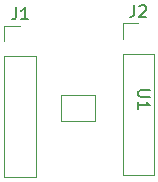
<source format=gbr>
%TF.GenerationSoftware,KiCad,Pcbnew,(6.0.4)*%
%TF.CreationDate,2023-08-09T14:35:33-04:00*%
%TF.ProjectId,MS32,4d533332-2e6b-4696-9361-645f70636258,rev?*%
%TF.SameCoordinates,Original*%
%TF.FileFunction,Legend,Top*%
%TF.FilePolarity,Positive*%
%FSLAX46Y46*%
G04 Gerber Fmt 4.6, Leading zero omitted, Abs format (unit mm)*
G04 Created by KiCad (PCBNEW (6.0.4)) date 2023-08-09 14:35:33*
%MOMM*%
%LPD*%
G01*
G04 APERTURE LIST*
%ADD10C,0.150000*%
%ADD11C,0.120000*%
G04 APERTURE END LIST*
D10*
%TO.C,U1*%
X111847619Y-104638095D02*
X111038095Y-104638095D01*
X110942857Y-104685714D01*
X110895238Y-104733333D01*
X110847619Y-104828571D01*
X110847619Y-105019047D01*
X110895238Y-105114285D01*
X110942857Y-105161904D01*
X111038095Y-105209523D01*
X111847619Y-105209523D01*
X110847619Y-106209523D02*
X110847619Y-105638095D01*
X110847619Y-105923809D02*
X111847619Y-105923809D01*
X111704761Y-105828571D01*
X111609523Y-105733333D01*
X111561904Y-105638095D01*
%TO.C,J2*%
X110516666Y-97447380D02*
X110516666Y-98161666D01*
X110469047Y-98304523D01*
X110373809Y-98399761D01*
X110230952Y-98447380D01*
X110135714Y-98447380D01*
X110945238Y-97542619D02*
X110992857Y-97495000D01*
X111088095Y-97447380D01*
X111326190Y-97447380D01*
X111421428Y-97495000D01*
X111469047Y-97542619D01*
X111516666Y-97637857D01*
X111516666Y-97733095D01*
X111469047Y-97875952D01*
X110897619Y-98447380D01*
X111516666Y-98447380D01*
%TO.C,J1*%
X100516666Y-97622380D02*
X100516666Y-98336666D01*
X100469047Y-98479523D01*
X100373809Y-98574761D01*
X100230952Y-98622380D01*
X100135714Y-98622380D01*
X101516666Y-98622380D02*
X100945238Y-98622380D01*
X101230952Y-98622380D02*
X101230952Y-97622380D01*
X101135714Y-97765238D01*
X101040476Y-97860476D01*
X100945238Y-97908095D01*
D11*
%TO.C,U1*%
X107200000Y-105050000D02*
X104300000Y-105050000D01*
X104300000Y-105050000D02*
X104300000Y-107250000D01*
X104300000Y-107250000D02*
X107200000Y-107250000D01*
X107200000Y-107250000D02*
X107200000Y-105050000D01*
%TO.C,J2*%
X112180000Y-101595000D02*
X112180000Y-111815000D01*
X109520000Y-98995000D02*
X110850000Y-98995000D01*
X109520000Y-101595000D02*
X109520000Y-111815000D01*
X109520000Y-111815000D02*
X112180000Y-111815000D01*
X109520000Y-101595000D02*
X112180000Y-101595000D01*
X109520000Y-100325000D02*
X109520000Y-98995000D01*
%TO.C,J1*%
X102180000Y-101770000D02*
X102180000Y-111990000D01*
X99520000Y-99170000D02*
X100850000Y-99170000D01*
X99520000Y-101770000D02*
X99520000Y-111990000D01*
X99520000Y-111990000D02*
X102180000Y-111990000D01*
X99520000Y-101770000D02*
X102180000Y-101770000D01*
X99520000Y-100500000D02*
X99520000Y-99170000D01*
%TD*%
M02*

</source>
